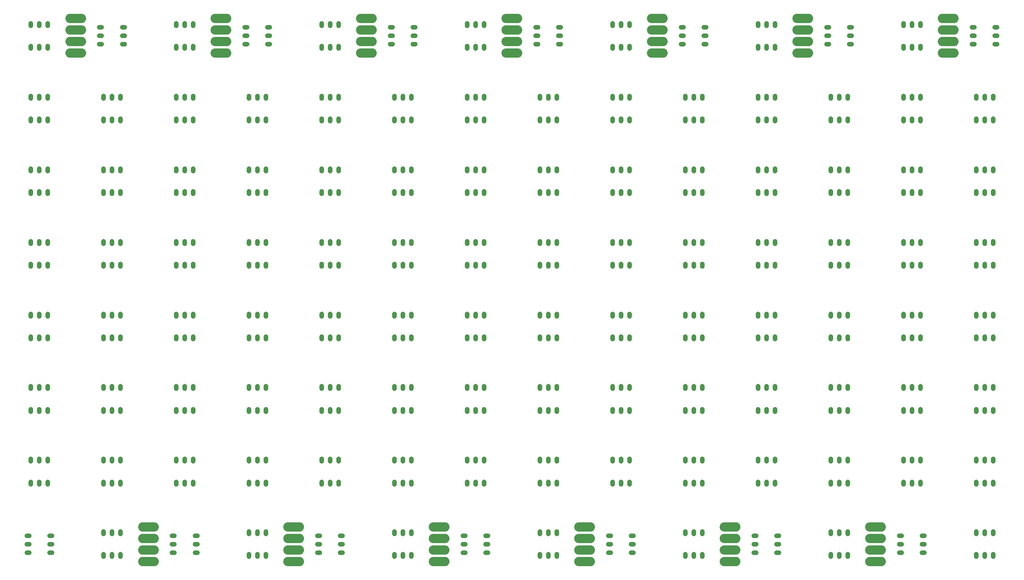
<source format=gts>
G04 DipTrace 2.4.0.2*
%IN112xAPA102Cx8x14.gts*%
%MOMM*%
%ADD27C,2.05*%
%ADD28O,4.55X2.05*%
%ADD29O,1.05X1.55*%
%ADD30O,1.55X1.05*%
%FSLAX53Y53*%
G04*
G71*
G90*
G75*
G01*
%LNTopMask*%
%LPD*%
D30*
X15500Y19850D3*
Y18000D3*
Y16150D3*
X20500D3*
Y18000D3*
Y19850D3*
D29*
X16150Y31500D3*
X18000D3*
X19850D3*
Y36500D3*
X18000D3*
X16150D3*
Y47500D3*
X18000D3*
X19850D3*
Y52500D3*
X18000D3*
X16150D3*
Y63500D3*
X18000D3*
X19850D3*
Y68500D3*
X18000D3*
X16150D3*
Y79500D3*
X18000D3*
X19850D3*
Y84500D3*
X18000D3*
X16150D3*
Y95500D3*
X18000D3*
X19850D3*
Y100500D3*
X18000D3*
X16150D3*
Y111500D3*
X18000D3*
X19850D3*
Y116500D3*
X18000D3*
X16150D3*
Y127500D3*
X18000D3*
X19850D3*
Y132500D3*
X18000D3*
X16150D3*
D30*
X31500Y131850D3*
Y130000D3*
Y128150D3*
X36500D3*
Y130000D3*
Y131850D3*
D28*
X26000Y128730D3*
D27*
X27250D3*
X24750D3*
D28*
X26000Y126190D3*
Y131270D3*
D27*
X27250D3*
X24750D3*
X27250Y126190D3*
X24750D3*
D28*
X26000Y133810D3*
D27*
X27250D3*
X24750D3*
D29*
X35850Y116500D3*
X34000D3*
X32150D3*
Y111500D3*
X34000D3*
X35850D3*
Y100500D3*
X34000D3*
X32150D3*
Y95500D3*
X34000D3*
X35850D3*
Y84500D3*
X34000D3*
X32150D3*
Y79500D3*
X34000D3*
X35850D3*
Y68500D3*
X34000D3*
X32150D3*
Y63500D3*
X34000D3*
X35850D3*
Y52500D3*
X34000D3*
X32150D3*
Y47500D3*
X34000D3*
X35850D3*
Y36500D3*
X34000D3*
X32150D3*
Y31500D3*
X34000D3*
X35850D3*
Y20500D3*
X34000D3*
X32150D3*
Y15500D3*
X34000D3*
X35850D3*
D30*
X47500Y19850D3*
Y18000D3*
Y16150D3*
X52500D3*
Y18000D3*
Y19850D3*
D28*
X42000Y16730D3*
D27*
X43250D3*
X40750D3*
D28*
X42000Y14190D3*
Y19270D3*
D27*
X43250D3*
X40750D3*
X43250Y14190D3*
X40750D3*
D28*
X42000Y21810D3*
D27*
X43250D3*
X40750D3*
D29*
X48150Y31500D3*
X50000D3*
X51850D3*
Y36500D3*
X50000D3*
X48150D3*
Y47500D3*
X50000D3*
X51850D3*
Y52500D3*
X50000D3*
X48150D3*
Y63500D3*
X50000D3*
X51850D3*
Y68500D3*
X50000D3*
X48150D3*
Y79500D3*
X50000D3*
X51850D3*
Y84500D3*
X50000D3*
X48150D3*
Y95500D3*
X50000D3*
X51850D3*
Y100500D3*
X50000D3*
X48150D3*
Y111500D3*
X50000D3*
X51850D3*
Y116500D3*
X50000D3*
X48150D3*
Y127500D3*
X50000D3*
X51850D3*
Y132500D3*
X50000D3*
X48150D3*
D30*
X63500Y131850D3*
Y130000D3*
Y128150D3*
X68500D3*
Y130000D3*
Y131850D3*
D28*
X58000Y128730D3*
D27*
X59250D3*
X56750D3*
D28*
X58000Y126190D3*
Y131270D3*
D27*
X59250D3*
X56750D3*
X59250Y126190D3*
X56750D3*
D28*
X58000Y133810D3*
D27*
X59250D3*
X56750D3*
D29*
X67850Y116500D3*
X66000D3*
X64150D3*
Y111500D3*
X66000D3*
X67850D3*
Y100500D3*
X66000D3*
X64150D3*
Y95500D3*
X66000D3*
X67850D3*
Y84500D3*
X66000D3*
X64150D3*
Y79500D3*
X66000D3*
X67850D3*
Y68500D3*
X66000D3*
X64150D3*
Y63500D3*
X66000D3*
X67850D3*
Y52500D3*
X66000D3*
X64150D3*
Y47500D3*
X66000D3*
X67850D3*
Y36500D3*
X66000D3*
X64150D3*
Y31500D3*
X66000D3*
X67850D3*
Y20500D3*
X66000D3*
X64150D3*
Y15500D3*
X66000D3*
X67850D3*
D30*
X79500Y19850D3*
Y18000D3*
Y16150D3*
X84500D3*
Y18000D3*
Y19850D3*
D28*
X74000Y16730D3*
D27*
X75250D3*
X72750D3*
D28*
X74000Y14190D3*
Y19270D3*
D27*
X75250D3*
X72750D3*
X75250Y14190D3*
X72750D3*
D28*
X74000Y21810D3*
D27*
X75250D3*
X72750D3*
D29*
X80150Y31500D3*
X82000D3*
X83850D3*
Y36500D3*
X82000D3*
X80150D3*
Y47500D3*
X82000D3*
X83850D3*
Y52500D3*
X82000D3*
X80150D3*
Y63500D3*
X82000D3*
X83850D3*
Y68500D3*
X82000D3*
X80150D3*
Y79500D3*
X82000D3*
X83850D3*
Y84500D3*
X82000D3*
X80150D3*
Y95500D3*
X82000D3*
X83850D3*
Y100500D3*
X82000D3*
X80150D3*
Y111500D3*
X82000D3*
X83850D3*
Y116500D3*
X82000D3*
X80150D3*
Y127500D3*
X82000D3*
X83850D3*
Y132500D3*
X82000D3*
X80150D3*
D30*
X95500Y131850D3*
Y130000D3*
Y128150D3*
X100500D3*
Y130000D3*
Y131850D3*
D28*
X90000Y128730D3*
D27*
X91250D3*
X88750D3*
D28*
X90000Y126190D3*
Y131270D3*
D27*
X91250D3*
X88750D3*
X91250Y126190D3*
X88750D3*
D28*
X90000Y133810D3*
D27*
X91250D3*
X88750D3*
D29*
X99850Y116500D3*
X98000D3*
X96150D3*
Y111500D3*
X98000D3*
X99850D3*
Y100500D3*
X98000D3*
X96150D3*
Y95500D3*
X98000D3*
X99850D3*
Y84500D3*
X98000D3*
X96150D3*
Y79500D3*
X98000D3*
X99850D3*
Y68500D3*
X98000D3*
X96150D3*
Y63500D3*
X98000D3*
X99850D3*
Y52500D3*
X98000D3*
X96150D3*
Y47500D3*
X98000D3*
X99850D3*
Y36500D3*
X98000D3*
X96150D3*
Y31500D3*
X98000D3*
X99850D3*
Y20500D3*
X98000D3*
X96150D3*
Y15500D3*
X98000D3*
X99850D3*
D30*
X111500Y19850D3*
Y18000D3*
Y16150D3*
X116500D3*
Y18000D3*
Y19850D3*
D28*
X106000Y16730D3*
D27*
X107250D3*
X104750D3*
D28*
X106000Y14190D3*
Y19270D3*
D27*
X107250D3*
X104750D3*
X107250Y14190D3*
X104750D3*
D28*
X106000Y21810D3*
D27*
X107250D3*
X104750D3*
D29*
X112150Y31500D3*
X114000D3*
X115850D3*
Y36500D3*
X114000D3*
X112150D3*
Y47500D3*
X114000D3*
X115850D3*
Y52500D3*
X114000D3*
X112150D3*
Y63500D3*
X114000D3*
X115850D3*
Y68500D3*
X114000D3*
X112150D3*
Y79500D3*
X114000D3*
X115850D3*
Y84500D3*
X114000D3*
X112150D3*
Y95500D3*
X114000D3*
X115850D3*
Y100500D3*
X114000D3*
X112150D3*
Y111500D3*
X114000D3*
X115850D3*
Y116500D3*
X114000D3*
X112150D3*
Y127500D3*
X114000D3*
X115850D3*
Y132500D3*
X114000D3*
X112150D3*
D30*
X127500Y131850D3*
Y130000D3*
Y128150D3*
X132500D3*
Y130000D3*
Y131850D3*
D28*
X122000Y128730D3*
D27*
X123250D3*
X120750D3*
D28*
X122000Y126190D3*
Y131270D3*
D27*
X123250D3*
X120750D3*
X123250Y126190D3*
X120750D3*
D28*
X122000Y133810D3*
D27*
X123250D3*
X120750D3*
D29*
X131850Y116500D3*
X130000D3*
X128150D3*
Y111500D3*
X130000D3*
X131850D3*
Y100500D3*
X130000D3*
X128150D3*
Y95500D3*
X130000D3*
X131850D3*
Y84500D3*
X130000D3*
X128150D3*
Y79500D3*
X130000D3*
X131850D3*
Y68500D3*
X130000D3*
X128150D3*
Y63500D3*
X130000D3*
X131850D3*
Y52500D3*
X130000D3*
X128150D3*
Y47500D3*
X130000D3*
X131850D3*
Y36500D3*
X130000D3*
X128150D3*
Y31500D3*
X130000D3*
X131850D3*
Y20500D3*
X130000D3*
X128150D3*
Y15500D3*
X130000D3*
X131850D3*
D30*
X143500Y19850D3*
Y18000D3*
Y16150D3*
X148500D3*
Y18000D3*
Y19850D3*
D28*
X138000Y16730D3*
D27*
X139250D3*
X136750D3*
D28*
X138000Y14190D3*
Y19270D3*
D27*
X139250D3*
X136750D3*
X139250Y14190D3*
X136750D3*
D28*
X138000Y21810D3*
D27*
X139250D3*
X136750D3*
D29*
X144150Y31500D3*
X146000D3*
X147850D3*
Y36500D3*
X146000D3*
X144150D3*
Y47500D3*
X146000D3*
X147850D3*
Y52500D3*
X146000D3*
X144150D3*
Y63500D3*
X146000D3*
X147850D3*
Y68500D3*
X146000D3*
X144150D3*
Y79500D3*
X146000D3*
X147850D3*
Y84500D3*
X146000D3*
X144150D3*
Y95500D3*
X146000D3*
X147850D3*
Y100500D3*
X146000D3*
X144150D3*
Y111500D3*
X146000D3*
X147850D3*
Y116500D3*
X146000D3*
X144150D3*
Y127500D3*
X146000D3*
X147850D3*
Y132500D3*
X146000D3*
X144150D3*
D30*
X159500Y131850D3*
Y130000D3*
Y128150D3*
X164500D3*
Y130000D3*
Y131850D3*
D28*
X154000Y128730D3*
D27*
X155250D3*
X152750D3*
D28*
X154000Y126190D3*
Y131270D3*
D27*
X155250D3*
X152750D3*
X155250Y126190D3*
X152750D3*
D28*
X154000Y133810D3*
D27*
X155250D3*
X152750D3*
D29*
X163850Y116500D3*
X162000D3*
X160150D3*
Y111500D3*
X162000D3*
X163850D3*
Y100500D3*
X162000D3*
X160150D3*
Y95500D3*
X162000D3*
X163850D3*
Y84500D3*
X162000D3*
X160150D3*
Y79500D3*
X162000D3*
X163850D3*
Y68500D3*
X162000D3*
X160150D3*
Y63500D3*
X162000D3*
X163850D3*
Y52500D3*
X162000D3*
X160150D3*
Y47500D3*
X162000D3*
X163850D3*
Y36500D3*
X162000D3*
X160150D3*
Y31500D3*
X162000D3*
X163850D3*
Y20500D3*
X162000D3*
X160150D3*
Y15500D3*
X162000D3*
X163850D3*
D30*
X175500Y19850D3*
Y18000D3*
Y16150D3*
X180500D3*
Y18000D3*
Y19850D3*
D28*
X170000Y16730D3*
D27*
X171250D3*
X168750D3*
D28*
X170000Y14190D3*
Y19270D3*
D27*
X171250D3*
X168750D3*
X171250Y14190D3*
X168750D3*
D28*
X170000Y21810D3*
D27*
X171250D3*
X168750D3*
D29*
X176150Y31500D3*
X178000D3*
X179850D3*
Y36500D3*
X178000D3*
X176150D3*
Y47500D3*
X178000D3*
X179850D3*
Y52500D3*
X178000D3*
X176150D3*
Y63500D3*
X178000D3*
X179850D3*
Y68500D3*
X178000D3*
X176150D3*
Y79500D3*
X178000D3*
X179850D3*
Y84500D3*
X178000D3*
X176150D3*
Y95500D3*
X178000D3*
X179850D3*
Y100500D3*
X178000D3*
X176150D3*
Y111500D3*
X178000D3*
X179850D3*
Y116500D3*
X178000D3*
X176150D3*
Y127500D3*
X178000D3*
X179850D3*
Y132500D3*
X178000D3*
X176150D3*
D30*
X191500Y131850D3*
Y130000D3*
Y128150D3*
X196500D3*
Y130000D3*
Y131850D3*
D28*
X186000Y128730D3*
D27*
X187250D3*
X184750D3*
D28*
X186000Y126190D3*
Y131270D3*
D27*
X187250D3*
X184750D3*
X187250Y126190D3*
X184750D3*
D28*
X186000Y133810D3*
D27*
X187250D3*
X184750D3*
D29*
X195850Y116500D3*
X194000D3*
X192150D3*
Y111500D3*
X194000D3*
X195850D3*
Y100500D3*
X194000D3*
X192150D3*
Y95500D3*
X194000D3*
X195850D3*
Y84500D3*
X194000D3*
X192150D3*
Y79500D3*
X194000D3*
X195850D3*
Y68500D3*
X194000D3*
X192150D3*
Y63500D3*
X194000D3*
X195850D3*
Y52500D3*
X194000D3*
X192150D3*
Y47500D3*
X194000D3*
X195850D3*
Y36500D3*
X194000D3*
X192150D3*
Y31500D3*
X194000D3*
X195850D3*
Y20500D3*
X194000D3*
X192150D3*
Y15500D3*
X194000D3*
X195850D3*
D30*
X207500Y19850D3*
Y18000D3*
Y16150D3*
X212500D3*
Y18000D3*
Y19850D3*
D28*
X202000Y16730D3*
D27*
X203250D3*
X200750D3*
D28*
X202000Y14190D3*
Y19270D3*
D27*
X203250D3*
X200750D3*
X203250Y14190D3*
X200750D3*
D28*
X202000Y21810D3*
D27*
X203250D3*
X200750D3*
D29*
X208150Y31500D3*
X210000D3*
X211850D3*
Y36500D3*
X210000D3*
X208150D3*
Y47500D3*
X210000D3*
X211850D3*
Y52500D3*
X210000D3*
X208150D3*
Y63500D3*
X210000D3*
X211850D3*
Y68500D3*
X210000D3*
X208150D3*
Y79500D3*
X210000D3*
X211850D3*
Y84500D3*
X210000D3*
X208150D3*
Y95500D3*
X210000D3*
X211850D3*
Y100500D3*
X210000D3*
X208150D3*
Y111500D3*
X210000D3*
X211850D3*
Y116500D3*
X210000D3*
X208150D3*
Y127500D3*
X210000D3*
X211850D3*
Y132500D3*
X210000D3*
X208150D3*
D30*
X223500Y131850D3*
Y130000D3*
Y128150D3*
X228500D3*
Y130000D3*
Y131850D3*
D28*
X218000Y128730D3*
D27*
X219250D3*
X216750D3*
D28*
X218000Y126190D3*
Y131270D3*
D27*
X219250D3*
X216750D3*
X219250Y126190D3*
X216750D3*
D28*
X218000Y133810D3*
D27*
X219250D3*
X216750D3*
D29*
X227850Y116500D3*
X226000D3*
X224150D3*
Y111500D3*
X226000D3*
X227850D3*
Y100500D3*
X226000D3*
X224150D3*
Y95500D3*
X226000D3*
X227850D3*
Y84500D3*
X226000D3*
X224150D3*
Y79500D3*
X226000D3*
X227850D3*
Y68500D3*
X226000D3*
X224150D3*
Y63500D3*
X226000D3*
X227850D3*
Y52500D3*
X226000D3*
X224150D3*
Y47500D3*
X226000D3*
X227850D3*
Y36500D3*
X226000D3*
X224150D3*
Y31500D3*
X226000D3*
X227850D3*
Y20500D3*
X226000D3*
X224150D3*
Y15500D3*
X226000D3*
X227850D3*
M02*

</source>
